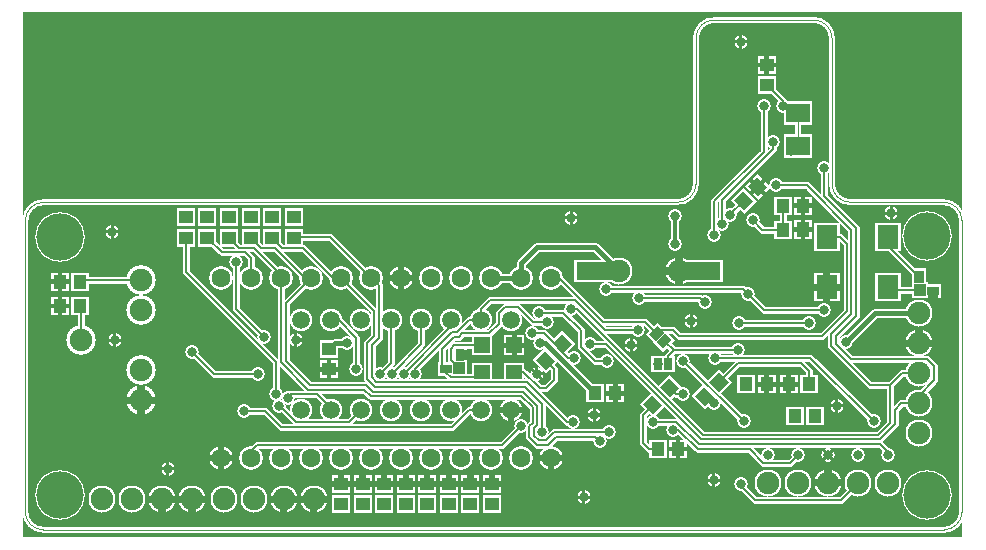
<source format=gbr>
%FSLAX34Y34*%
%MOMM*%
%LNSILK_TOP*%
G71*
G01*
%ADD10C, 1.90*%
%ADD11R, 1.50X1.60*%
%ADD12C, 1.20*%
%ADD13C, 0.80*%
%ADD14C, 0.60*%
%ADD15R, 1.60X1.50*%
%ADD16C, 0.50*%
%ADD17C, 2.00*%
%ADD18C, 2.50*%
%ADD19C, 2.50*%
%ADD20C, 4.20*%
%ADD21R, 1.80X1.60*%
%ADD22R, 1.80X1.80*%
%ADD23R, 1.20X1.40*%
%ADD24R, 1.40X1.40*%
%ADD25R, 1.40X1.20*%
%ADD26C, 2.30*%
%ADD27R, 2.40X2.00*%
%ADD28C, 0.70*%
%ADD29R, 2.20X2.40*%
%ADD30C, 2.30*%
%ADD31R, 3.90X1.90*%
%ADD32C, 0.37*%
%ADD33C, 0.27*%
%ADD34C, 0.53*%
%ADD35C, 0.63*%
%ADD36C, 0.47*%
%ADD37C, 0.54*%
%ADD38C, 1.50*%
%ADD39R, 1.10X1.20*%
%ADD40C, 0.80*%
%ADD41C, 0.40*%
%ADD42C, 0.20*%
%ADD43R, 1.20X1.10*%
%ADD44C, 0.10*%
%ADD45C, 1.60*%
%ADD46C, 1.90*%
%ADD47C, 1.90*%
%ADD48C, 4.00*%
%ADD49R, 0.80X1.00*%
%ADD50R, 1.00X1.00*%
%ADD51R, 1.00X0.80*%
%ADD52R, 2.00X1.60*%
%ADD53C, 0.30*%
%ADD54R, 1.80X2.00*%
%ADD55C, 1.90*%
%ADD56R, 3.50X1.50*%
%LPD*%
G36*
X0Y1000000D02*
X795000Y1000000D01*
X795000Y556000D01*
X0Y556000D01*
X0Y1000000D01*
G37*
%LPC*%
X235197Y663507D02*
G54D10*
D03*
X260597Y663507D02*
G54D10*
D03*
X235197Y739707D02*
G54D10*
D03*
X285997Y663508D02*
G54D10*
D03*
X260597Y739707D02*
G54D10*
D03*
X285997Y739707D02*
G54D10*
D03*
X311397Y739707D02*
G54D10*
D03*
X311397Y663507D02*
G54D10*
D03*
X336797Y663507D02*
G54D10*
D03*
X336797Y739707D02*
G54D10*
D03*
X362197Y663507D02*
G54D10*
D03*
X362197Y739707D02*
G54D10*
D03*
X387597Y663507D02*
G54D10*
D03*
X387597Y739707D02*
G54D10*
D03*
X412997Y663507D02*
G54D10*
D03*
X412997Y739707D02*
G54D10*
D03*
X412991Y663501D02*
G54D10*
D03*
X670256Y658416D02*
G54D11*
D03*
X653256Y658416D02*
G54D11*
D03*
X519906Y731441D02*
G54D12*
D03*
X258762Y714772D02*
G54D12*
D03*
X273844Y719931D02*
G54D12*
D03*
X436959Y720328D02*
G54D12*
D03*
X484188Y677466D02*
G54D12*
D03*
G54D13*
X273844Y719931D02*
X263922Y719931D01*
X258762Y714772D01*
G54D13*
X436959Y720328D02*
X441325Y720328D01*
X484188Y677466D01*
X521097Y758428D02*
G54D12*
D03*
X605631Y737394D02*
G54D12*
D03*
X665162Y737394D02*
G54D12*
D03*
G54D14*
X605631Y737394D02*
X665162Y737394D01*
X577056Y754459D02*
G54D12*
D03*
G54D14*
X521097Y758428D02*
X573088Y758428D01*
X577056Y754459D01*
X605234Y713978D02*
G54D12*
D03*
X430212Y728266D02*
G54D12*
D03*
X465931Y707231D02*
G54D12*
D03*
G54D14*
X430212Y728266D02*
X440531Y728266D01*
X461169Y707628D01*
X465534Y707628D01*
X465931Y707231D01*
X585788Y707231D02*
G54D12*
D03*
X558403Y705247D02*
G54D12*
D03*
G54D14*
X585788Y707231D02*
X666222Y707231D01*
X719762Y653692D01*
X719762Y653692D02*
G54D12*
D03*
X610225Y653785D02*
G54D12*
D03*
X501188Y677466D02*
G54D11*
D03*
X484188Y677466D02*
G54D11*
D03*
X612088Y685113D02*
G54D12*
D03*
X629088Y685113D02*
G54D11*
D03*
X612088Y685113D02*
G54D11*
D03*
G54D14*
X558403Y705247D02*
X558763Y705247D01*
X610225Y653785D01*
X258762Y697772D02*
G54D15*
D03*
X258762Y714772D02*
G54D15*
D03*
X629084Y685119D02*
G54D11*
D03*
X501184Y677469D02*
G54D11*
D03*
X258764Y697769D02*
G54D15*
D03*
X463947Y749300D02*
G54D12*
D03*
X479822Y719534D02*
G54D12*
D03*
G54D14*
X519906Y731441D02*
X492125Y731441D01*
X467122Y756444D01*
X395288Y756444D01*
X387747Y748903D01*
X387747Y739858D01*
X387597Y739707D01*
X732056Y625741D02*
G54D12*
D03*
X706656Y625741D02*
G54D12*
D03*
X681256Y625741D02*
G54D12*
D03*
X655856Y625741D02*
G54D12*
D03*
X630456Y625741D02*
G54D12*
D03*
X533400Y653653D02*
G54D12*
D03*
G54D14*
X732056Y626535D02*
X732056Y627638D01*
X725091Y634603D01*
X571897Y634603D01*
X552847Y653653D01*
X533400Y653653D01*
X550069Y646509D02*
G54D12*
D03*
G54D14*
X550069Y646509D02*
X554434Y646509D01*
X570706Y630238D01*
X614759Y630238D01*
X626269Y618728D01*
X648843Y618728D01*
X655856Y625741D01*
X670256Y658416D02*
G54D12*
D03*
X653256Y658416D02*
G54D12*
D03*
X514747Y718344D02*
G54D12*
D03*
X465534Y653256D02*
G54D12*
D03*
X281781Y698103D02*
G54D12*
D03*
G54D14*
X281781Y698103D02*
X281781Y724694D01*
X267097Y739378D01*
X260926Y739378D01*
X260597Y739707D01*
X434580Y694130D02*
G54D12*
D03*
G54D16*
G75*
G01X17066Y839391D02*
G03X1588Y823913I0J-15478D01*
G01*
G54D16*
X17066Y839391D02*
X553894Y839371D01*
G54D16*
X1588Y823913D02*
X1444Y577433D01*
G54D16*
G75*
G01X1444Y577433D02*
G03X16922Y561955I15478J0D01*
G01*
G54D16*
G75*
G01X794544Y823913D02*
G03X779066Y839391I-15478J0D01*
G01*
G54D16*
X794544Y823913D02*
X794689Y577433D01*
G54D16*
G75*
G01X779211Y561955D02*
G03X794689Y577433I0J15478D01*
G01*
G54D16*
X16922Y561955D02*
X779211Y561955D01*
X677805Y747754D02*
G54D12*
D03*
X492919Y765572D02*
G54D12*
D03*
X613114Y761645D02*
G54D12*
D03*
G54D14*
X677805Y747754D02*
X627005Y747754D01*
X613114Y761645D01*
G54D14*
X492919Y765572D02*
X609187Y765572D01*
X613114Y761645D01*
X446825Y622969D02*
G54D17*
D03*
X421425Y622969D02*
G54D17*
D03*
X396025Y622969D02*
G54D17*
D03*
X370625Y622969D02*
G54D17*
D03*
X345225Y622969D02*
G54D17*
D03*
X319825Y622969D02*
G54D17*
D03*
X294425Y622969D02*
G54D17*
D03*
X269025Y622969D02*
G54D17*
D03*
X243625Y622969D02*
G54D17*
D03*
X218225Y622969D02*
G54D17*
D03*
X192825Y622969D02*
G54D17*
D03*
X167425Y622969D02*
G54D17*
D03*
X167425Y775369D02*
G54D17*
D03*
X192825Y775369D02*
G54D17*
D03*
X218225Y775369D02*
G54D17*
D03*
X243625Y775369D02*
G54D17*
D03*
X269025Y775369D02*
G54D17*
D03*
X294425Y775369D02*
G54D17*
D03*
X319825Y775369D02*
G54D17*
D03*
X446825Y775369D02*
G54D17*
D03*
X421425Y775369D02*
G54D17*
D03*
X396025Y775369D02*
G54D17*
D03*
X370625Y775369D02*
G54D17*
D03*
X345225Y775369D02*
G54D17*
D03*
G54D13*
X421425Y775369D02*
X396025Y775369D01*
X167425Y622969D02*
G54D17*
D03*
X446821Y622971D02*
G54D17*
D03*
X167420Y622968D02*
G54D17*
D03*
X319820Y775369D02*
G54D17*
D03*
X319820Y775369D02*
G54D17*
D03*
X281781Y698103D02*
G54D12*
D03*
X302022Y694134D02*
G54D12*
D03*
X311944Y694134D02*
G54D12*
D03*
X321866Y694134D02*
G54D12*
D03*
X331788Y694134D02*
G54D12*
D03*
G54D14*
X311397Y739707D02*
X311397Y703509D01*
X302022Y694134D01*
G54D14*
X336797Y739707D02*
X336797Y718987D01*
X311944Y694134D01*
G54D14*
X362197Y739707D02*
X362197Y734465D01*
X321866Y694134D01*
G54D14*
X281781Y698103D02*
X281781Y724694D01*
X267097Y739378D01*
X260926Y739378D01*
X260597Y739707D01*
X223838Y673894D02*
G54D12*
D03*
G54D14*
X260597Y663507D02*
X260597Y664916D01*
X248841Y676672D01*
X226616Y676672D01*
X223838Y673894D01*
X438944Y644922D02*
G54D12*
D03*
G54D14*
X465534Y653256D02*
X459978Y653256D01*
X426244Y686991D01*
X298847Y686991D01*
X294878Y690959D01*
X294878Y718344D01*
X300831Y724297D01*
X300831Y768962D01*
X294425Y775369D01*
G54D14*
X438944Y644922D02*
X438944Y668734D01*
X424656Y683022D01*
X297259Y683022D01*
X290512Y689769D01*
X290512Y719931D01*
X296862Y726281D01*
X296862Y747531D01*
X269025Y775369D01*
X496094Y644525D02*
G54D12*
D03*
X488156Y637381D02*
G54D12*
D03*
G54D14*
X488156Y637381D02*
X487362Y637381D01*
X483791Y640953D01*
X450850Y640953D01*
X443706Y633809D01*
X434578Y633809D01*
X428228Y640159D01*
X428228Y649684D01*
X431006Y652462D01*
X431006Y665559D01*
X421481Y675084D01*
X294084Y675084D01*
X288528Y680641D01*
X240903Y680641D01*
X217884Y703659D01*
X217884Y775029D01*
X218225Y775369D01*
X493712Y705247D02*
G54D12*
D03*
X436166Y745728D02*
G54D12*
D03*
G54D14*
X493712Y705247D02*
X483791Y705247D01*
X471884Y717153D01*
X471884Y731044D01*
X457200Y745728D01*
X436166Y745728D01*
X421084Y650081D02*
G54D12*
D03*
G54D14*
X192825Y622969D02*
X192825Y628990D01*
X198041Y634206D01*
X405209Y634206D01*
X421084Y650081D01*
X216297Y666750D02*
G54D12*
D03*
G54D14*
X216297Y666750D02*
X217091Y666750D01*
X230981Y652859D01*
X275349Y652859D01*
X285997Y663508D01*
X186696Y662946D02*
G54D12*
D03*
G54D14*
X387597Y663507D02*
X377361Y663507D01*
X362744Y648891D01*
X218281Y648891D01*
X204391Y662781D01*
X186862Y662781D01*
X186696Y662946D01*
G54D14*
X605234Y713978D02*
X550466Y713978D01*
X545703Y709216D01*
X545703Y702072D01*
X99682Y671508D02*
G54D18*
D03*
X99693Y696913D02*
G54D18*
D03*
X99693Y747713D02*
G54D19*
D03*
X99688Y773111D02*
G54D18*
D03*
X99693Y747716D02*
G54D18*
D03*
X48883Y722321D02*
G54D18*
D03*
X180181Y788591D02*
G54D12*
D03*
X203763Y725653D02*
G54D12*
D03*
G54D14*
X180181Y788591D02*
X180181Y749234D01*
X203763Y725653D01*
X30956Y810022D02*
G54D20*
D03*
X415617Y695961D02*
G54D21*
D03*
X415624Y718179D02*
G54D22*
D03*
X388233Y695961D02*
G54D21*
D03*
X388229Y718194D02*
G54D22*
D03*
X442912Y738188D02*
G54D12*
D03*
X369704Y709929D02*
G54D23*
D03*
X368905Y698817D02*
G54D24*
D03*
X357792Y698023D02*
G54D25*
D03*
G54D14*
X387597Y739707D02*
X376964Y739707D01*
X366712Y729456D01*
X362744Y729456D01*
X331788Y698500D01*
X331788Y694134D01*
G54D14*
X357792Y698023D02*
X357792Y694720D01*
X361553Y690959D01*
X383231Y690959D01*
X388233Y695961D01*
G54D14*
X388229Y718194D02*
X364578Y718194D01*
X361553Y715169D01*
X361553Y706168D01*
X368905Y698817D01*
G54D14*
X442912Y738188D02*
X431800Y738188D01*
X419100Y750888D01*
X407988Y750888D01*
X402431Y745331D01*
X402431Y736203D01*
X394494Y728266D01*
X371475Y728266D01*
X368697Y725488D01*
X364728Y725488D01*
X354409Y715169D01*
X354409Y701406D01*
X357792Y698023D01*
X536972Y702072D02*
G54D23*
D03*
X545703Y702072D02*
G54D23*
D03*
X536972Y702072D02*
G54D12*
D03*
X630454Y601929D02*
G54D26*
D03*
X655856Y601928D02*
G54D26*
D03*
X681254Y601929D02*
G54D26*
D03*
X706656Y601928D02*
G54D26*
D03*
X732056Y601928D02*
G54D26*
D03*
X558403Y677069D02*
G54D12*
D03*
X584597Y669131D02*
G54D12*
D03*
G36*
X543675Y667530D02*
X533068Y656924D01*
X521755Y668238D01*
X532362Y678844D01*
X543675Y667530D01*
G37*
G36*
X558077Y681932D02*
X547470Y671325D01*
X536157Y682639D01*
X546764Y693246D01*
X558077Y681932D01*
G37*
G54D14*
X558403Y677069D02*
X552334Y677069D01*
X547117Y682286D01*
X554369Y630634D02*
G54D11*
D03*
X537369Y630634D02*
G54D11*
D03*
X554365Y630638D02*
G54D11*
D03*
G54D14*
X537369Y630634D02*
X529431Y630634D01*
X524272Y635794D01*
X524272Y659441D01*
X532715Y667884D01*
G36*
X565913Y675493D02*
X576521Y686098D01*
X587834Y674783D01*
X577225Y664178D01*
X565913Y675493D01*
G37*
G36*
X577934Y687509D02*
X588539Y698117D01*
X599854Y686805D01*
X589249Y676197D01*
X577934Y687509D01*
G37*
G54D14*
X584597Y669131D02*
X582876Y669131D01*
X576873Y675133D01*
X647807Y685113D02*
G54D11*
D03*
X664807Y685113D02*
G54D11*
D03*
X647811Y685119D02*
G54D11*
D03*
G54D14*
X588894Y687154D02*
X588894Y687319D01*
X604838Y703262D01*
X658019Y703262D01*
X664766Y696516D01*
X664766Y685154D01*
X664807Y685113D01*
X268852Y583635D02*
G54D15*
D03*
X268852Y600635D02*
G54D15*
D03*
X268850Y600638D02*
G54D15*
D03*
X287108Y583635D02*
G54D15*
D03*
X287108Y600635D02*
G54D15*
D03*
X287106Y600638D02*
G54D15*
D03*
X305364Y583635D02*
G54D15*
D03*
X305364Y600635D02*
G54D15*
D03*
X305362Y600638D02*
G54D15*
D03*
X323620Y583635D02*
G54D15*
D03*
X323620Y600635D02*
G54D15*
D03*
X323619Y600638D02*
G54D15*
D03*
X341877Y583635D02*
G54D15*
D03*
X341877Y600635D02*
G54D15*
D03*
X341875Y600638D02*
G54D15*
D03*
X360133Y583635D02*
G54D15*
D03*
X360133Y600635D02*
G54D15*
D03*
X360131Y600638D02*
G54D15*
D03*
X378389Y583635D02*
G54D15*
D03*
X378389Y600635D02*
G54D15*
D03*
X378387Y600638D02*
G54D15*
D03*
X396645Y583635D02*
G54D15*
D03*
X396645Y600635D02*
G54D15*
D03*
X396644Y600638D02*
G54D15*
D03*
X396645Y583635D02*
G54D12*
D03*
X378389Y583635D02*
G54D12*
D03*
X360133Y583635D02*
G54D12*
D03*
X341877Y583635D02*
G54D12*
D03*
X323620Y583635D02*
G54D12*
D03*
X305364Y583635D02*
G54D12*
D03*
X287108Y583635D02*
G54D12*
D03*
X268852Y583635D02*
G54D12*
D03*
X607781Y601034D02*
G54D12*
D03*
G54D14*
X607781Y601034D02*
X607781Y599116D01*
X619522Y587375D01*
X692102Y587375D01*
X706656Y601928D01*
X584477Y603744D02*
G54D12*
D03*
X155742Y809457D02*
G54D15*
D03*
X155742Y826457D02*
G54D15*
D03*
X173998Y809457D02*
G54D15*
D03*
X173998Y826457D02*
G54D15*
D03*
X192255Y809457D02*
G54D15*
D03*
X192255Y826457D02*
G54D15*
D03*
X210511Y809457D02*
G54D15*
D03*
X210511Y826457D02*
G54D15*
D03*
X228767Y809457D02*
G54D15*
D03*
X228767Y826457D02*
G54D15*
D03*
G54D14*
X294425Y775369D02*
X293812Y775369D01*
X259556Y809625D01*
X228935Y809625D01*
X228767Y809457D01*
G54D14*
X192825Y775369D02*
X192825Y791822D01*
X187722Y796925D01*
X168274Y796925D01*
X155742Y809457D01*
G54D14*
X218225Y775369D02*
X218225Y777535D01*
X194866Y800894D01*
X182562Y800894D01*
X173998Y809457D01*
G54D14*
X243625Y775369D02*
X238647Y775369D01*
X213122Y800894D01*
X200818Y800894D01*
X192255Y809457D01*
G54D14*
X269025Y775369D02*
X262459Y775369D01*
X236934Y800894D01*
X219074Y800894D01*
X210511Y809457D01*
X137486Y809457D02*
G54D15*
D03*
X137486Y826457D02*
G54D15*
D03*
X214081Y676837D02*
G54D12*
D03*
G54D14*
X214081Y676837D02*
X214081Y704288D01*
X137716Y780653D01*
X137716Y809228D01*
X137486Y809457D01*
X142871Y587769D02*
G54D26*
D03*
X66675Y587772D02*
G54D26*
D03*
X92075Y587772D02*
G54D26*
D03*
X117471Y587769D02*
G54D26*
D03*
X30956Y591344D02*
G54D20*
D03*
X245662Y587769D02*
G54D26*
D03*
X169466Y587772D02*
G54D26*
D03*
X194866Y587772D02*
G54D26*
D03*
X220262Y587769D02*
G54D26*
D03*
X765175Y591344D02*
G54D20*
D03*
X198206Y693903D02*
G54D12*
D03*
X142643Y712556D02*
G54D12*
D03*
G54D14*
X198206Y693903D02*
X161296Y693903D01*
X142643Y712556D01*
X765175Y810419D02*
G54D20*
D03*
X758100Y643725D02*
G54D26*
D03*
X758107Y669130D02*
G54D26*
D03*
X758107Y694530D02*
G54D26*
D03*
X758107Y719930D02*
G54D26*
D03*
X758103Y745329D02*
G54D26*
D03*
X758104Y719929D02*
G54D26*
D03*
G54D13*
X765246Y745329D02*
X720657Y745329D01*
X696681Y721354D01*
G54D14*
X463947Y749300D02*
X468709Y749300D01*
X575469Y642541D01*
X723503Y642541D01*
X733425Y652462D01*
X733425Y684609D01*
X743744Y694928D01*
X764853Y694928D01*
X765251Y694530D01*
G54D14*
X479822Y719534D02*
X492919Y719534D01*
X573881Y638572D01*
X725091Y638572D01*
X737791Y651272D01*
X737791Y663575D01*
X743347Y669131D01*
X765251Y669130D01*
X696681Y721354D02*
G54D12*
D03*
X31188Y751516D02*
G54D11*
D03*
X48188Y751516D02*
G54D11*
D03*
X31185Y751514D02*
G54D11*
D03*
X31188Y772153D02*
G54D11*
D03*
X48188Y772153D02*
G54D11*
D03*
X31185Y772152D02*
G54D11*
D03*
G54D14*
X48883Y722321D02*
X48883Y750821D01*
X48188Y751516D01*
G54D14*
X99688Y773111D02*
X49146Y773111D01*
X48188Y772153D01*
G54D14*
X496094Y644525D02*
X448866Y644525D01*
X442119Y637778D01*
X436166Y637778D01*
X432197Y641747D01*
X432197Y648097D01*
X434975Y650875D01*
X434975Y667147D01*
X423069Y679053D01*
X295672Y679053D01*
X290116Y684609D01*
X242491Y684609D01*
X221853Y705247D01*
X221853Y753597D01*
X243625Y775369D01*
X230584Y722709D02*
G54D12*
D03*
X627062Y920750D02*
G54D12*
D03*
X635000Y890191D02*
G54D12*
D03*
X584994Y812006D02*
G54D12*
D03*
X591741Y821134D02*
G54D12*
D03*
G54D14*
X627062Y920750D02*
X627062Y882253D01*
X584994Y840184D01*
X584994Y812006D01*
G54D14*
X591741Y821134D02*
X591741Y840978D01*
X635000Y884238D01*
X635000Y890191D01*
X598488Y828675D02*
G54D12*
D03*
G36*
X632690Y852189D02*
X622083Y841582D01*
X610770Y852896D01*
X621377Y863503D01*
X632690Y852189D01*
G37*
G36*
X620669Y840168D02*
X610063Y829562D01*
X598749Y840875D01*
X609356Y851482D01*
X620669Y840168D01*
G37*
G54D14*
X598488Y828675D02*
X598488Y829302D01*
X609709Y840524D01*
G36*
X632686Y852195D02*
X622079Y841588D01*
X610766Y852902D01*
X621372Y863508D01*
X632686Y852195D01*
G37*
X617538Y824309D02*
G54D12*
D03*
X659905Y836490D02*
G54D11*
D03*
X642905Y836490D02*
G54D11*
D03*
X659904Y836495D02*
G54D11*
D03*
X659905Y816249D02*
G54D11*
D03*
X642905Y816249D02*
G54D11*
D03*
X659904Y816255D02*
G54D11*
D03*
G54D14*
X642905Y816249D02*
X625598Y816249D01*
X617538Y824309D01*
G54D14*
X642905Y836490D02*
X642905Y816249D01*
X642938Y920750D02*
G54D12*
D03*
X650081Y883047D02*
G54D12*
D03*
X656143Y886907D02*
G54D27*
D03*
X656143Y914907D02*
G54D27*
D03*
G54D14*
X642938Y920750D02*
X650300Y920750D01*
X656143Y914907D01*
G54D16*
X656034Y894159D02*
X656143Y914907D01*
X629180Y955718D02*
G54D15*
D03*
X629180Y938718D02*
G54D15*
D03*
X629175Y955718D02*
G54D15*
D03*
G54D14*
X642938Y920750D02*
X642938Y924961D01*
X629180Y938718D01*
G54D16*
G75*
G01X684466Y854849D02*
G03X699944Y839371I15478J0D01*
G01*
G54D16*
G75*
G01X553894Y839371D02*
G03X569372Y854849I0J15478D01*
G01*
X677805Y868007D02*
G54D12*
D03*
X636927Y853720D02*
G54D12*
D03*
G54D14*
X733425Y684609D02*
X716756Y684609D01*
X683816Y717550D01*
X683816Y727869D01*
X700881Y744934D01*
X700881Y815975D01*
X663178Y853678D01*
X636968Y853678D01*
X636927Y853720D01*
G54D14*
X758107Y669130D02*
X758107Y675557D01*
X771128Y688578D01*
X771128Y700484D01*
X764778Y706834D01*
X700484Y706834D01*
X688181Y719138D01*
X688181Y726281D01*
X705247Y743347D01*
X705247Y817547D01*
X677862Y844947D01*
X677805Y868007D01*
G54D16*
G75*
G01X584850Y993755D02*
G03X569372Y978277I0J-15478D01*
G01*
G54D16*
G75*
G01X684524Y978238D02*
G03X669046Y993716I-15478J0D01*
G01*
G54D16*
X569372Y854849D02*
X569372Y978277D01*
G54D16*
X684466Y854849D02*
X684466Y978180D01*
X684524Y978238D01*
G54D16*
X584850Y993755D02*
X669006Y993755D01*
X669046Y993716D01*
G54D16*
X699944Y839371D02*
X779046Y839371D01*
X779066Y839391D01*
X607219Y975122D02*
G54D12*
D03*
X463947Y826294D02*
G54D12*
D03*
X734616Y829866D02*
G54D12*
D03*
X483394Y659209D02*
G54D12*
D03*
X474266Y589359D02*
G54D12*
D03*
X77391Y722312D02*
G54D12*
D03*
X75009Y814388D02*
G54D12*
D03*
X122238Y613569D02*
G54D12*
D03*
X688578Y667147D02*
G54D12*
D03*
X137486Y826457D02*
G54D12*
D03*
X155742Y826457D02*
G54D12*
D03*
X173997Y826460D02*
G54D12*
D03*
X192255Y826457D02*
G54D12*
D03*
X210511Y826457D02*
G54D12*
D03*
X228767Y826457D02*
G54D12*
D03*
G36*
X452791Y705233D02*
X442184Y694627D01*
X430870Y705941D01*
X441477Y716547D01*
X452791Y705233D01*
G37*
G36*
X467193Y719635D02*
X456586Y709029D01*
X445272Y720342D01*
X455879Y730949D01*
X467193Y719635D01*
G37*
G54D14*
X415617Y695961D02*
X422829Y695961D01*
X436959Y681831D01*
X442119Y681831D01*
X449262Y688975D01*
X449262Y698155D01*
X441831Y705587D01*
X565547Y738981D02*
G54D12*
D03*
X551656Y803672D02*
G54D12*
D03*
X551656Y827881D02*
G54D12*
D03*
G54D28*
X551656Y803672D02*
X551656Y827881D01*
X731836Y809625D02*
G54D29*
D03*
X680243Y809625D02*
G54D29*
D03*
X731836Y767159D02*
G54D29*
D03*
X680247Y767154D02*
G54D29*
D03*
G36*
X545459Y728885D02*
X535559Y718985D01*
X527074Y727470D01*
X536973Y737370D01*
X545459Y728885D01*
G37*
G36*
X551632Y722711D02*
X541733Y712811D01*
X533248Y721296D01*
X543147Y731196D01*
X551632Y722711D01*
G37*
G54D14*
X446825Y775369D02*
X453753Y775369D01*
X490934Y738188D01*
X526256Y738188D01*
X536266Y728177D01*
G54D14*
X542440Y722004D02*
X550466Y713978D01*
X605234Y713978D01*
G54D14*
X680243Y809625D02*
X690959Y809625D01*
X696912Y803672D01*
X696912Y746919D01*
X675878Y725884D01*
X555228Y725884D01*
X550069Y731044D01*
X539133Y731044D01*
X536266Y728177D01*
X770088Y764395D02*
G54D25*
D03*
X758976Y765194D02*
G54D24*
D03*
G36*
X752182Y783307D02*
X764182Y783307D01*
X764182Y769307D01*
X752182Y769307D01*
X752182Y783307D01*
G37*
G54D14*
X758976Y765194D02*
X733801Y765194D01*
X731836Y767159D01*
X758182Y776307D02*
G54D12*
D03*
G54D14*
X731836Y809625D02*
X731836Y802653D01*
X758182Y776307D01*
X554829Y781051D02*
G54D30*
D03*
X503832Y781050D02*
G54D30*
D03*
X485775Y781050D02*
G54D31*
D03*
X573191Y781172D02*
G54D31*
D03*
G54D13*
X421425Y775369D02*
X421425Y788137D01*
X434578Y801291D01*
X483591Y801291D01*
X503832Y781050D01*
%LPD*%
G54D16*
G36*
X412991Y661001D02*
X402991Y661001D01*
X402991Y666001D01*
X412991Y666001D01*
X412991Y661001D01*
G37*
G36*
X412991Y666001D02*
X422991Y666001D01*
X422991Y661001D01*
X412991Y661001D01*
X412991Y666001D01*
G37*
G36*
X415491Y663501D02*
X415491Y653501D01*
X410491Y653501D01*
X410491Y663501D01*
X415491Y663501D01*
G37*
G54D32*
G36*
X627250Y685119D02*
X627250Y693619D01*
X630917Y693619D01*
X630917Y685119D01*
X627250Y685119D01*
G37*
G36*
X629084Y686953D02*
X637084Y686953D01*
X637084Y683286D01*
X629084Y683286D01*
X629084Y686953D01*
G37*
G36*
X630917Y685119D02*
X630917Y676619D01*
X627250Y676619D01*
X627250Y685119D01*
X630917Y685119D01*
G37*
G36*
X629084Y683286D02*
X621084Y683286D01*
X621084Y686953D01*
X629084Y686953D01*
X629084Y683286D01*
G37*
G54D32*
G36*
X499350Y677469D02*
X499350Y685969D01*
X503017Y685969D01*
X503017Y677469D01*
X499350Y677469D01*
G37*
G36*
X501184Y679303D02*
X509184Y679303D01*
X509184Y675636D01*
X501184Y675636D01*
X501184Y679303D01*
G37*
G36*
X503017Y677469D02*
X503017Y668969D01*
X499350Y668969D01*
X499350Y677469D01*
X503017Y677469D01*
G37*
G36*
X501184Y675636D02*
X493184Y675636D01*
X493184Y679303D01*
X501184Y679303D01*
X501184Y675636D01*
G37*
G54D32*
G36*
X258764Y699603D02*
X267264Y699603D01*
X267264Y695936D01*
X258764Y695936D01*
X258764Y699603D01*
G37*
G36*
X260597Y697769D02*
X260597Y689769D01*
X256930Y689769D01*
X256930Y697769D01*
X260597Y697769D01*
G37*
G36*
X258764Y695936D02*
X250264Y695936D01*
X250264Y699603D01*
X258764Y699603D01*
X258764Y695936D01*
G37*
G36*
X256930Y697769D02*
X256930Y705769D01*
X260597Y705769D01*
X260597Y697769D01*
X256930Y697769D01*
G37*
G54D33*
G36*
X682199Y626684D02*
X686795Y622088D01*
X684909Y620202D01*
X680313Y624798D01*
X682199Y626684D01*
G37*
G36*
X682199Y624798D02*
X677602Y620202D01*
X675717Y622088D01*
X680313Y626684D01*
X682199Y624798D01*
G37*
G36*
X680313Y624798D02*
X675717Y629394D01*
X677602Y631280D01*
X682199Y626684D01*
X680313Y624798D01*
G37*
G36*
X680313Y626684D02*
X684909Y631280D01*
X686795Y629394D01*
X682199Y624798D01*
X680313Y626684D01*
G37*
G54D33*
G36*
X513414Y718344D02*
X513414Y724844D01*
X516080Y724844D01*
X516080Y718344D01*
X513414Y718344D01*
G37*
G36*
X514747Y719677D02*
X521247Y719677D01*
X521247Y717010D01*
X514747Y717010D01*
X514747Y719677D01*
G37*
G36*
X516080Y718344D02*
X516080Y711844D01*
X513414Y711844D01*
X513414Y718344D01*
X516080Y718344D01*
G37*
G36*
X514747Y717010D02*
X508247Y717010D01*
X508247Y719677D01*
X514747Y719677D01*
X514747Y717010D01*
G37*
G54D33*
G36*
X433247Y694130D02*
X433247Y700630D01*
X435913Y700630D01*
X435913Y694130D01*
X433247Y694130D01*
G37*
G36*
X434580Y695463D02*
X441080Y695463D01*
X441080Y692797D01*
X434580Y692797D01*
X434580Y695463D01*
G37*
G36*
X435523Y695073D02*
X440119Y690477D01*
X438233Y688591D01*
X433637Y693187D01*
X435523Y695073D01*
G37*
G36*
X433637Y693187D02*
X429041Y697783D01*
X430927Y699669D01*
X435523Y695073D01*
X433637Y693187D01*
G37*
G54D34*
G36*
X164758Y622969D02*
X164758Y633469D01*
X170091Y633469D01*
X170091Y622969D01*
X164758Y622969D01*
G37*
G36*
X167425Y625636D02*
X177925Y625636D01*
X177925Y620302D01*
X167425Y620302D01*
X167425Y625636D01*
G37*
G36*
X170091Y622969D02*
X170091Y612469D01*
X164758Y612469D01*
X164758Y622969D01*
X170091Y622969D01*
G37*
G36*
X167425Y620302D02*
X156925Y620302D01*
X156925Y625636D01*
X167425Y625636D01*
X167425Y620302D01*
G37*
G54D34*
G36*
X446821Y625638D02*
X457321Y625638D01*
X457321Y620305D01*
X446821Y620305D01*
X446821Y625638D01*
G37*
G36*
X449488Y622971D02*
X449488Y612471D01*
X444155Y612471D01*
X444155Y622971D01*
X449488Y622971D01*
G37*
G36*
X446821Y620305D02*
X436321Y620305D01*
X436321Y625638D01*
X446821Y625638D01*
X446821Y620305D01*
G37*
G54D34*
G36*
X164753Y622968D02*
X164753Y633468D01*
X170087Y633468D01*
X170087Y622968D01*
X164753Y622968D01*
G37*
G36*
X167420Y625635D02*
X177920Y625635D01*
X177920Y620302D01*
X167420Y620302D01*
X167420Y625635D01*
G37*
G36*
X170087Y622968D02*
X170087Y612468D01*
X164753Y612468D01*
X164753Y622968D01*
X170087Y622968D01*
G37*
G36*
X167420Y620302D02*
X156920Y620302D01*
X156920Y625635D01*
X167420Y625635D01*
X167420Y620302D01*
G37*
G54D34*
G36*
X317153Y775369D02*
X317153Y785869D01*
X322487Y785869D01*
X322487Y775369D01*
X317153Y775369D01*
G37*
G36*
X319820Y778035D02*
X330320Y778035D01*
X330320Y772702D01*
X319820Y772702D01*
X319820Y778035D01*
G37*
G36*
X322487Y775369D02*
X322487Y764869D01*
X317153Y764869D01*
X317153Y775369D01*
X322487Y775369D01*
G37*
G36*
X319820Y772702D02*
X309320Y772702D01*
X309320Y778035D01*
X319820Y778035D01*
X319820Y772702D01*
G37*
G54D34*
G36*
X317153Y775369D02*
X317153Y785869D01*
X322487Y785869D01*
X322487Y775369D01*
X317153Y775369D01*
G37*
G36*
X319820Y778035D02*
X330320Y778035D01*
X330320Y772702D01*
X319820Y772702D01*
X319820Y778035D01*
G37*
G36*
X322487Y775369D02*
X322487Y764869D01*
X317153Y764869D01*
X317153Y775369D01*
X322487Y775369D01*
G37*
G36*
X319820Y772702D02*
X309320Y772702D01*
X309320Y778035D01*
X319820Y778035D01*
X319820Y772702D01*
G37*
G54D35*
G36*
X99682Y668341D02*
X86682Y668341D01*
X86682Y674674D01*
X99682Y674674D01*
X99682Y668341D01*
G37*
G36*
X96515Y671508D02*
X96515Y684508D01*
X102848Y684508D01*
X102848Y671508D01*
X96515Y671508D01*
G37*
G36*
X99682Y674674D02*
X112682Y674674D01*
X112682Y668341D01*
X99682Y668341D01*
X99682Y674674D01*
G37*
G36*
X102848Y671508D02*
X102848Y658508D01*
X96515Y658508D01*
X96515Y671508D01*
X102848Y671508D01*
G37*
G54D35*
G54D36*
G36*
X417957Y718179D02*
X417957Y708679D01*
X413290Y708679D01*
X413290Y718179D01*
X417957Y718179D01*
G37*
G36*
X415624Y715846D02*
X406124Y715846D01*
X406124Y720513D01*
X415624Y720513D01*
X415624Y715846D01*
G37*
G36*
X413290Y718179D02*
X413290Y727679D01*
X417957Y727679D01*
X417957Y718179D01*
X413290Y718179D01*
G37*
G36*
X415624Y720513D02*
X425124Y720513D01*
X425124Y715846D01*
X415624Y715846D01*
X415624Y720513D01*
G37*
G54D13*
G36*
X369704Y713929D02*
X376204Y713929D01*
X376204Y705929D01*
X369704Y705929D01*
X369704Y713929D01*
G37*
G54D35*
G36*
X681254Y598763D02*
X669254Y598763D01*
X669254Y605096D01*
X681254Y605096D01*
X681254Y598763D01*
G37*
G36*
X678087Y601929D02*
X678087Y613929D01*
X684420Y613929D01*
X684420Y601929D01*
X678087Y601929D01*
G37*
G36*
X681254Y605096D02*
X693254Y605096D01*
X693254Y598763D01*
X681254Y598763D01*
X681254Y605096D01*
G37*
G54D32*
G36*
X552532Y630638D02*
X552532Y639138D01*
X556198Y639138D01*
X556198Y630638D01*
X552532Y630638D01*
G37*
G36*
X554365Y632472D02*
X562365Y632472D01*
X562365Y628805D01*
X554365Y628805D01*
X554365Y632472D01*
G37*
G36*
X556198Y630638D02*
X556198Y622138D01*
X552532Y622138D01*
X552532Y630638D01*
X556198Y630638D01*
G37*
G36*
X554365Y628805D02*
X546365Y628805D01*
X546365Y632472D01*
X554365Y632472D01*
X554365Y628805D01*
G37*
G54D32*
G36*
X649644Y685119D02*
X649644Y676619D01*
X645978Y676619D01*
X645978Y685119D01*
X649644Y685119D01*
G37*
G36*
X647811Y683286D02*
X639811Y683286D01*
X639811Y686953D01*
X647811Y686953D01*
X647811Y683286D01*
G37*
G36*
X645978Y685119D02*
X645978Y693619D01*
X649644Y693619D01*
X649644Y685119D01*
X645978Y685119D01*
G37*
G36*
X647811Y686953D02*
X655811Y686953D01*
X655811Y683286D01*
X647811Y683286D01*
X647811Y686953D01*
G37*
G54D37*
G36*
X266173Y600638D02*
X266173Y608638D01*
X271526Y608638D01*
X271526Y600638D01*
X266173Y600638D01*
G37*
G36*
X268850Y603314D02*
X277350Y603314D01*
X277350Y597961D01*
X268850Y597961D01*
X268850Y603314D01*
G37*
G36*
X268850Y597961D02*
X260350Y597961D01*
X260350Y603314D01*
X268850Y603314D01*
X268850Y597961D01*
G37*
G54D37*
G36*
X284430Y600638D02*
X284430Y608638D01*
X289783Y608638D01*
X289783Y600638D01*
X284430Y600638D01*
G37*
G36*
X287106Y603314D02*
X295606Y603314D01*
X295606Y597961D01*
X287106Y597961D01*
X287106Y603314D01*
G37*
G36*
X287106Y597961D02*
X278606Y597961D01*
X278606Y603314D01*
X287106Y603314D01*
X287106Y597961D01*
G37*
G54D37*
G36*
X302686Y600638D02*
X302686Y608638D01*
X308039Y608638D01*
X308039Y600638D01*
X302686Y600638D01*
G37*
G36*
X305362Y603314D02*
X313862Y603314D01*
X313862Y597961D01*
X305362Y597961D01*
X305362Y603314D01*
G37*
G36*
X305362Y597961D02*
X296862Y597961D01*
X296862Y603314D01*
X305362Y603314D01*
X305362Y597961D01*
G37*
G54D37*
G36*
X320942Y600638D02*
X320942Y608638D01*
X326295Y608638D01*
X326295Y600638D01*
X320942Y600638D01*
G37*
G36*
X323619Y603314D02*
X332119Y603314D01*
X332119Y597961D01*
X323619Y597961D01*
X323619Y603314D01*
G37*
G36*
X323619Y597961D02*
X315119Y597961D01*
X315119Y603314D01*
X323619Y603314D01*
X323619Y597961D01*
G37*
G54D37*
G36*
X339198Y600638D02*
X339198Y608638D01*
X344551Y608638D01*
X344551Y600638D01*
X339198Y600638D01*
G37*
G36*
X341875Y603314D02*
X350375Y603314D01*
X350375Y597961D01*
X341875Y597961D01*
X341875Y603314D01*
G37*
G36*
X341875Y597961D02*
X333375Y597961D01*
X333375Y603314D01*
X341875Y603314D01*
X341875Y597961D01*
G37*
G54D37*
G36*
X357455Y600638D02*
X357455Y608638D01*
X362808Y608638D01*
X362808Y600638D01*
X357455Y600638D01*
G37*
G36*
X360131Y603314D02*
X368631Y603314D01*
X368631Y597961D01*
X360131Y597961D01*
X360131Y603314D01*
G37*
G36*
X360131Y597961D02*
X351631Y597961D01*
X351631Y603314D01*
X360131Y603314D01*
X360131Y597961D01*
G37*
G54D37*
G36*
X375711Y600638D02*
X375711Y608638D01*
X381064Y608638D01*
X381064Y600638D01*
X375711Y600638D01*
G37*
G36*
X378387Y603314D02*
X386887Y603314D01*
X386887Y597961D01*
X378387Y597961D01*
X378387Y603314D01*
G37*
G36*
X378387Y597961D02*
X369887Y597961D01*
X369887Y603314D01*
X378387Y603314D01*
X378387Y597961D01*
G37*
G54D37*
G36*
X393967Y600638D02*
X393967Y608638D01*
X399320Y608638D01*
X399320Y600638D01*
X393967Y600638D01*
G37*
G36*
X396644Y603314D02*
X405144Y603314D01*
X405144Y597961D01*
X396644Y597961D01*
X396644Y603314D01*
G37*
G36*
X396644Y597961D02*
X388144Y597961D01*
X388144Y603314D01*
X396644Y603314D01*
X396644Y597961D01*
G37*
G54D33*
G36*
X583144Y603744D02*
X583144Y610244D01*
X585810Y610244D01*
X585810Y603744D01*
X583144Y603744D01*
G37*
G36*
X584477Y605078D02*
X590977Y605078D01*
X590977Y602411D01*
X584477Y602411D01*
X584477Y605078D01*
G37*
G36*
X585810Y603744D02*
X585810Y597244D01*
X583144Y597244D01*
X583144Y603744D01*
X585810Y603744D01*
G37*
G36*
X584477Y602411D02*
X577977Y602411D01*
X577977Y605078D01*
X584477Y605078D01*
X584477Y602411D01*
G37*
G54D35*
G36*
X142871Y590935D02*
X154871Y590935D01*
X154871Y584602D01*
X142871Y584602D01*
X142871Y590935D01*
G37*
G36*
X146038Y587769D02*
X146038Y575769D01*
X139705Y575769D01*
X139705Y587769D01*
X146038Y587769D01*
G37*
G36*
X142871Y584602D02*
X130871Y584602D01*
X130871Y590935D01*
X142871Y590935D01*
X142871Y584602D01*
G37*
G54D35*
G36*
X117471Y590935D02*
X129471Y590935D01*
X129471Y584602D01*
X117471Y584602D01*
X117471Y590935D01*
G37*
G36*
X120638Y587769D02*
X120638Y575769D01*
X114305Y575769D01*
X114305Y587769D01*
X120638Y587769D01*
G37*
G36*
X117471Y584602D02*
X105471Y584602D01*
X105471Y590935D01*
X117471Y590935D01*
X117471Y584602D01*
G37*
G54D35*
G36*
X245662Y590935D02*
X257662Y590935D01*
X257662Y584602D01*
X245662Y584602D01*
X245662Y590935D01*
G37*
G36*
X248829Y587769D02*
X248829Y575769D01*
X242495Y575769D01*
X242495Y587769D01*
X248829Y587769D01*
G37*
G36*
X245662Y584602D02*
X233662Y584602D01*
X233662Y590935D01*
X245662Y590935D01*
X245662Y584602D01*
G37*
G54D35*
G36*
X220262Y590935D02*
X232262Y590935D01*
X232262Y584602D01*
X220262Y584602D01*
X220262Y590935D01*
G37*
G36*
X223429Y587769D02*
X223429Y575769D01*
X217095Y575769D01*
X217095Y587769D01*
X223429Y587769D01*
G37*
G36*
X220262Y584602D02*
X208262Y584602D01*
X208262Y590935D01*
X220262Y590935D01*
X220262Y584602D01*
G37*
G54D35*
G54D35*
G36*
X758104Y716763D02*
X746104Y716763D01*
X746104Y723096D01*
X758104Y723096D01*
X758104Y716763D01*
G37*
G36*
X754937Y719929D02*
X754937Y731929D01*
X761270Y731929D01*
X761270Y719929D01*
X754937Y719929D01*
G37*
G36*
X758104Y723096D02*
X770104Y723096D01*
X770104Y716763D01*
X758104Y716763D01*
X758104Y723096D01*
G37*
G54D32*
G36*
X33019Y751514D02*
X33019Y743014D01*
X29352Y743014D01*
X29352Y751514D01*
X33019Y751514D01*
G37*
G36*
X31185Y749681D02*
X23185Y749681D01*
X23185Y753348D01*
X31185Y753348D01*
X31185Y749681D01*
G37*
G36*
X29352Y751514D02*
X29352Y760014D01*
X33019Y760014D01*
X33019Y751514D01*
X29352Y751514D01*
G37*
G36*
X31185Y753348D02*
X39185Y753348D01*
X39185Y749681D01*
X31185Y749681D01*
X31185Y753348D01*
G37*
G54D32*
G36*
X33019Y772152D02*
X33019Y763652D01*
X29352Y763652D01*
X29352Y772152D01*
X33019Y772152D01*
G37*
G36*
X31185Y770318D02*
X23185Y770318D01*
X23185Y773986D01*
X31185Y773986D01*
X31185Y770318D01*
G37*
G36*
X29352Y772152D02*
X29352Y780652D01*
X33019Y780652D01*
X33019Y772152D01*
X29352Y772152D01*
G37*
G36*
X31185Y773986D02*
X39185Y773986D01*
X39185Y770318D01*
X31185Y770318D01*
X31185Y773986D01*
G37*
G54D33*
G36*
X229250Y722709D02*
X229250Y729209D01*
X231917Y729209D01*
X231917Y722709D01*
X229250Y722709D01*
G37*
G36*
X230584Y724043D02*
X237084Y724043D01*
X237084Y721376D01*
X230584Y721376D01*
X230584Y724043D01*
G37*
G36*
X231917Y722709D02*
X231917Y716209D01*
X229250Y716209D01*
X229250Y722709D01*
X231917Y722709D01*
G37*
G54D32*
G36*
X623022Y853845D02*
X629032Y847834D01*
X626440Y845241D01*
X620429Y851252D01*
X623022Y853845D01*
G37*
G36*
X623022Y851252D02*
X617365Y845595D01*
X614772Y848188D01*
X620429Y853845D01*
X623022Y851252D01*
G37*
G36*
X620429Y851252D02*
X614419Y857262D01*
X617012Y859855D01*
X623022Y853845D01*
X620429Y851252D01*
G37*
G36*
X620429Y853845D02*
X626086Y859501D01*
X628679Y856908D01*
X623022Y851252D01*
X620429Y853845D01*
G37*
G54D32*
G36*
X661738Y836495D02*
X661738Y827995D01*
X658071Y827995D01*
X658071Y836495D01*
X661738Y836495D01*
G37*
G36*
X659904Y834662D02*
X651904Y834662D01*
X651904Y838329D01*
X659904Y838329D01*
X659904Y834662D01*
G37*
G36*
X658071Y836495D02*
X658071Y844995D01*
X661738Y844995D01*
X661738Y836495D01*
X658071Y836495D01*
G37*
G36*
X659904Y838329D02*
X667904Y838329D01*
X667904Y834662D01*
X659904Y834662D01*
X659904Y838329D01*
G37*
G54D32*
G36*
X661738Y816255D02*
X661738Y807755D01*
X658071Y807755D01*
X658071Y816255D01*
X661738Y816255D01*
G37*
G36*
X659904Y814421D02*
X651904Y814421D01*
X651904Y818088D01*
X659904Y818088D01*
X659904Y814421D01*
G37*
G36*
X658071Y816255D02*
X658071Y824755D01*
X661738Y824755D01*
X661738Y816255D01*
X658071Y816255D01*
G37*
G36*
X659904Y818088D02*
X667904Y818088D01*
X667904Y814421D01*
X659904Y814421D01*
X659904Y818088D01*
G37*
G54D32*
G36*
X629175Y957551D02*
X637675Y957551D01*
X637675Y953884D01*
X629175Y953884D01*
X629175Y957551D01*
G37*
G36*
X631008Y955718D02*
X631008Y947718D01*
X627341Y947718D01*
X627341Y955718D01*
X631008Y955718D01*
G37*
G36*
X629175Y953884D02*
X620675Y953884D01*
X620675Y957551D01*
X629175Y957551D01*
X629175Y953884D01*
G37*
G36*
X627341Y955718D02*
X627341Y963718D01*
X631008Y963718D01*
X631008Y955718D01*
X627341Y955718D01*
G37*
G54D33*
G36*
X605885Y975122D02*
X605885Y981622D01*
X608552Y981622D01*
X608552Y975122D01*
X605885Y975122D01*
G37*
G36*
X607219Y976455D02*
X613719Y976455D01*
X613719Y973789D01*
X607219Y973789D01*
X607219Y976455D01*
G37*
G36*
X608552Y975122D02*
X608552Y968622D01*
X605885Y968622D01*
X605885Y975122D01*
X608552Y975122D01*
G37*
G36*
X607219Y973789D02*
X600719Y973789D01*
X600719Y976455D01*
X607219Y976455D01*
X607219Y973789D01*
G37*
G54D33*
G36*
X462614Y826294D02*
X462614Y832794D01*
X465280Y832794D01*
X465280Y826294D01*
X462614Y826294D01*
G37*
G36*
X463947Y827627D02*
X470447Y827627D01*
X470447Y824960D01*
X463947Y824960D01*
X463947Y827627D01*
G37*
G36*
X465280Y826294D02*
X465280Y819794D01*
X462614Y819794D01*
X462614Y826294D01*
X465280Y826294D01*
G37*
G36*
X463947Y824960D02*
X457447Y824960D01*
X457447Y827627D01*
X463947Y827627D01*
X463947Y824960D01*
G37*
G54D33*
G36*
X733282Y829866D02*
X733282Y836366D01*
X735949Y836366D01*
X735949Y829866D01*
X733282Y829866D01*
G37*
G36*
X734616Y831199D02*
X741116Y831199D01*
X741116Y828532D01*
X734616Y828532D01*
X734616Y831199D01*
G37*
G36*
X735949Y829866D02*
X735949Y823366D01*
X733282Y823366D01*
X733282Y829866D01*
X735949Y829866D01*
G37*
G36*
X734616Y828532D02*
X728116Y828532D01*
X728116Y831199D01*
X734616Y831199D01*
X734616Y828532D01*
G37*
G54D33*
G36*
X482060Y659209D02*
X482060Y665709D01*
X484727Y665709D01*
X484727Y659209D01*
X482060Y659209D01*
G37*
G36*
X483394Y660543D02*
X489894Y660543D01*
X489894Y657876D01*
X483394Y657876D01*
X483394Y660543D01*
G37*
G36*
X484727Y659209D02*
X484727Y652709D01*
X482060Y652709D01*
X482060Y659209D01*
X484727Y659209D01*
G37*
G36*
X483394Y657876D02*
X476894Y657876D01*
X476894Y660543D01*
X483394Y660543D01*
X483394Y657876D01*
G37*
G54D33*
G36*
X472932Y589359D02*
X472932Y595859D01*
X475599Y595859D01*
X475599Y589359D01*
X472932Y589359D01*
G37*
G36*
X474266Y590693D02*
X480766Y590693D01*
X480766Y588026D01*
X474266Y588026D01*
X474266Y590693D01*
G37*
G36*
X475599Y589359D02*
X475599Y582859D01*
X472932Y582859D01*
X472932Y589359D01*
X475599Y589359D01*
G37*
G36*
X474266Y588026D02*
X467766Y588026D01*
X467766Y590693D01*
X474266Y590693D01*
X474266Y588026D01*
G37*
G54D33*
G36*
X76057Y722312D02*
X76057Y728812D01*
X78724Y728812D01*
X78724Y722312D01*
X76057Y722312D01*
G37*
G36*
X77391Y723646D02*
X83891Y723646D01*
X83891Y720979D01*
X77391Y720979D01*
X77391Y723646D01*
G37*
G36*
X78724Y722312D02*
X78724Y715812D01*
X76057Y715812D01*
X76057Y722312D01*
X78724Y722312D01*
G37*
G36*
X77391Y720979D02*
X70891Y720979D01*
X70891Y723646D01*
X77391Y723646D01*
X77391Y720979D01*
G37*
G54D33*
G36*
X73676Y814388D02*
X73676Y820888D01*
X76343Y820888D01*
X76343Y814388D01*
X73676Y814388D01*
G37*
G36*
X75009Y815721D02*
X81509Y815721D01*
X81509Y813054D01*
X75009Y813054D01*
X75009Y815721D01*
G37*
G36*
X76343Y814388D02*
X76343Y807888D01*
X73676Y807888D01*
X73676Y814388D01*
X76343Y814388D01*
G37*
G36*
X75009Y813054D02*
X68509Y813054D01*
X68509Y815721D01*
X75009Y815721D01*
X75009Y813054D01*
G37*
G54D33*
G36*
X120904Y613569D02*
X120904Y620069D01*
X123571Y620069D01*
X123571Y613569D01*
X120904Y613569D01*
G37*
G36*
X122238Y614902D02*
X128738Y614902D01*
X128738Y612235D01*
X122238Y612235D01*
X122238Y614902D01*
G37*
G36*
X123571Y613569D02*
X123571Y607069D01*
X120904Y607069D01*
X120904Y613569D01*
X123571Y613569D01*
G37*
G36*
X122238Y612235D02*
X115738Y612235D01*
X115738Y614902D01*
X122238Y614902D01*
X122238Y612235D01*
G37*
G54D33*
G36*
X687245Y667147D02*
X687245Y673647D01*
X689911Y673647D01*
X689911Y667147D01*
X687245Y667147D01*
G37*
G36*
X688578Y668480D02*
X695078Y668480D01*
X695078Y665814D01*
X688578Y665814D01*
X688578Y668480D01*
G37*
G36*
X689911Y667147D02*
X689911Y660647D01*
X687245Y660647D01*
X687245Y667147D01*
X689911Y667147D01*
G37*
G36*
X688578Y665814D02*
X682078Y665814D01*
X682078Y668480D01*
X688578Y668480D01*
X688578Y665814D01*
G37*
G54D33*
G36*
X564214Y738981D02*
X564214Y745481D01*
X566880Y745481D01*
X566880Y738981D01*
X564214Y738981D01*
G37*
G36*
X565547Y740315D02*
X572047Y740315D01*
X572047Y737648D01*
X565547Y737648D01*
X565547Y740315D01*
G37*
G36*
X566880Y738981D02*
X566880Y732481D01*
X564214Y732481D01*
X564214Y738981D01*
X566880Y738981D01*
G37*
G36*
X565547Y737648D02*
X559047Y737648D01*
X559047Y740315D01*
X565547Y740315D01*
X565547Y737648D01*
G37*
G54D14*
G36*
X683247Y767154D02*
X683247Y754654D01*
X677247Y754654D01*
X677247Y767154D01*
X683247Y767154D01*
G37*
G36*
X680247Y764154D02*
X668747Y764154D01*
X668747Y770154D01*
X680247Y770154D01*
X680247Y764154D01*
G37*
G36*
X677247Y767154D02*
X677247Y779654D01*
X683247Y779654D01*
X683247Y767154D01*
X677247Y767154D01*
G37*
G36*
X680247Y770154D02*
X691747Y770154D01*
X691747Y764154D01*
X680247Y764154D01*
X680247Y770154D01*
G37*
G54D13*
G36*
X774088Y764395D02*
X774088Y757895D01*
X766088Y757895D01*
X766088Y764395D01*
X774088Y764395D01*
G37*
G54D35*
G36*
X557996Y781051D02*
X557996Y769051D01*
X551663Y769051D01*
X551663Y781051D01*
X557996Y781051D01*
G37*
G36*
X554829Y777885D02*
X542829Y777885D01*
X542829Y784218D01*
X554829Y784218D01*
X554829Y777885D01*
G37*
G36*
X551663Y781051D02*
X551663Y793051D01*
X557996Y793051D01*
X557996Y781051D01*
X551663Y781051D01*
G37*
G36*
X554829Y784218D02*
X566829Y784218D01*
X566829Y777885D01*
X554829Y777885D01*
X554829Y784218D01*
G37*
X235197Y663507D02*
G54D38*
D03*
X260597Y663507D02*
G54D38*
D03*
X235197Y739707D02*
G54D38*
D03*
X285997Y663508D02*
G54D38*
D03*
X260597Y739707D02*
G54D38*
D03*
X285997Y739707D02*
G54D38*
D03*
X311397Y739707D02*
G54D38*
D03*
X311397Y663507D02*
G54D38*
D03*
X336797Y663507D02*
G54D38*
D03*
X336797Y739707D02*
G54D38*
D03*
X362197Y663507D02*
G54D38*
D03*
X362197Y739707D02*
G54D38*
D03*
X387597Y663507D02*
G54D38*
D03*
X387597Y739707D02*
G54D38*
D03*
X412997Y663507D02*
G54D38*
D03*
X412997Y739707D02*
G54D38*
D03*
X412991Y663501D02*
G54D38*
D03*
X670256Y658416D02*
G54D39*
D03*
X653256Y658416D02*
G54D39*
D03*
X519906Y731441D02*
G54D40*
D03*
X258762Y714772D02*
G54D40*
D03*
X273844Y719931D02*
G54D40*
D03*
X436959Y720328D02*
G54D40*
D03*
X484188Y677466D02*
G54D40*
D03*
G54D41*
X273844Y719931D02*
X263922Y719931D01*
X258762Y714772D01*
G54D41*
X436959Y720328D02*
X441325Y720328D01*
X484188Y677466D01*
X521097Y758428D02*
G54D40*
D03*
X605631Y737394D02*
G54D40*
D03*
X665162Y737394D02*
G54D40*
D03*
G54D42*
X605631Y737394D02*
X665162Y737394D01*
X577056Y754459D02*
G54D40*
D03*
G54D42*
X521097Y758428D02*
X573088Y758428D01*
X577056Y754459D01*
X605234Y713978D02*
G54D40*
D03*
X430212Y728266D02*
G54D40*
D03*
X465931Y707231D02*
G54D40*
D03*
G54D42*
X430212Y728266D02*
X440531Y728266D01*
X461169Y707628D01*
X465534Y707628D01*
X465931Y707231D01*
X585788Y707231D02*
G54D40*
D03*
X558403Y705247D02*
G54D40*
D03*
G54D42*
X585788Y707231D02*
X666222Y707231D01*
X719762Y653692D01*
X719762Y653692D02*
G54D40*
D03*
X610225Y653785D02*
G54D40*
D03*
X501188Y677466D02*
G54D39*
D03*
X484188Y677466D02*
G54D39*
D03*
X612088Y685113D02*
G54D40*
D03*
X629088Y685113D02*
G54D39*
D03*
X612088Y685113D02*
G54D39*
D03*
G54D42*
X558403Y705247D02*
X558763Y705247D01*
X610225Y653785D01*
X258762Y697772D02*
G54D43*
D03*
X258762Y714772D02*
G54D43*
D03*
X629084Y685119D02*
G54D39*
D03*
X501184Y677469D02*
G54D39*
D03*
X258764Y697769D02*
G54D43*
D03*
X463947Y749300D02*
G54D40*
D03*
X479822Y719534D02*
G54D40*
D03*
G54D42*
X519906Y731441D02*
X492125Y731441D01*
X467122Y756444D01*
X395288Y756444D01*
X387747Y748903D01*
X387747Y739858D01*
X387597Y739707D01*
X732056Y625741D02*
G54D40*
D03*
X706656Y625741D02*
G54D40*
D03*
X681256Y625741D02*
G54D40*
D03*
X655856Y625741D02*
G54D40*
D03*
X630456Y625741D02*
G54D40*
D03*
X533400Y653653D02*
G54D40*
D03*
G54D42*
X732056Y626535D02*
X732056Y627638D01*
X725091Y634603D01*
X571897Y634603D01*
X552847Y653653D01*
X533400Y653653D01*
X550069Y646509D02*
G54D40*
D03*
G54D42*
X550069Y646509D02*
X554434Y646509D01*
X570706Y630238D01*
X614759Y630238D01*
X626269Y618728D01*
X648843Y618728D01*
X655856Y625741D01*
X670256Y658416D02*
G54D40*
D03*
X653256Y658416D02*
G54D40*
D03*
X514747Y718344D02*
G54D40*
D03*
X465534Y653256D02*
G54D40*
D03*
X281781Y698103D02*
G54D40*
D03*
G54D42*
X281781Y698103D02*
X281781Y724694D01*
X267097Y739378D01*
X260926Y739378D01*
X260597Y739707D01*
X434580Y694130D02*
G54D40*
D03*
G54D44*
G75*
G01X17066Y839391D02*
G03X1588Y823913I0J-15478D01*
G01*
G54D44*
X17066Y839391D02*
X553894Y839371D01*
G54D44*
X1588Y823913D02*
X1444Y577433D01*
G54D44*
G75*
G01X1444Y577433D02*
G03X16922Y561955I15478J0D01*
G01*
G54D44*
G75*
G01X794544Y823913D02*
G03X779066Y839391I-15478J0D01*
G01*
G54D44*
X794544Y823913D02*
X794689Y577433D01*
G54D44*
G75*
G01X779211Y561955D02*
G03X794689Y577433I0J15478D01*
G01*
G54D44*
X16922Y561955D02*
X779211Y561955D01*
X677805Y747754D02*
G54D40*
D03*
X492919Y765572D02*
G54D40*
D03*
X613114Y761645D02*
G54D40*
D03*
G54D42*
X677805Y747754D02*
X627005Y747754D01*
X613114Y761645D01*
G54D42*
X492919Y765572D02*
X609187Y765572D01*
X613114Y761645D01*
X446825Y622969D02*
G54D45*
D03*
X421425Y622969D02*
G54D45*
D03*
X396025Y622969D02*
G54D45*
D03*
X370625Y622969D02*
G54D45*
D03*
X345225Y622969D02*
G54D45*
D03*
X319825Y622969D02*
G54D45*
D03*
X294425Y622969D02*
G54D45*
D03*
X269025Y622969D02*
G54D45*
D03*
X243625Y622969D02*
G54D45*
D03*
X218225Y622969D02*
G54D45*
D03*
X192825Y622969D02*
G54D45*
D03*
X167425Y622969D02*
G54D45*
D03*
X167425Y775369D02*
G54D45*
D03*
X192825Y775369D02*
G54D45*
D03*
X218225Y775369D02*
G54D45*
D03*
X243625Y775369D02*
G54D45*
D03*
X269025Y775369D02*
G54D45*
D03*
X294425Y775369D02*
G54D45*
D03*
X319825Y775369D02*
G54D45*
D03*
X446825Y775369D02*
G54D45*
D03*
X421425Y775369D02*
G54D45*
D03*
X396025Y775369D02*
G54D45*
D03*
X370625Y775369D02*
G54D45*
D03*
X345225Y775369D02*
G54D45*
D03*
G54D41*
X421425Y775369D02*
X396025Y775369D01*
X167425Y622969D02*
G54D45*
D03*
X446821Y622971D02*
G54D45*
D03*
X167420Y622968D02*
G54D45*
D03*
X319820Y775369D02*
G54D45*
D03*
X319820Y775369D02*
G54D45*
D03*
X281781Y698103D02*
G54D40*
D03*
X302022Y694134D02*
G54D40*
D03*
X311944Y694134D02*
G54D40*
D03*
X321866Y694134D02*
G54D40*
D03*
X331788Y694134D02*
G54D40*
D03*
G54D42*
X311397Y739707D02*
X311397Y703509D01*
X302022Y694134D01*
G54D42*
X336797Y739707D02*
X336797Y718987D01*
X311944Y694134D01*
G54D42*
X362197Y739707D02*
X362197Y734465D01*
X321866Y694134D01*
G54D42*
X281781Y698103D02*
X281781Y724694D01*
X267097Y739378D01*
X260926Y739378D01*
X260597Y739707D01*
X223838Y673894D02*
G54D40*
D03*
G54D42*
X260597Y663507D02*
X260597Y664916D01*
X248841Y676672D01*
X226616Y676672D01*
X223838Y673894D01*
X438944Y644922D02*
G54D40*
D03*
G54D42*
X465534Y653256D02*
X459978Y653256D01*
X426244Y686991D01*
X298847Y686991D01*
X294878Y690959D01*
X294878Y718344D01*
X300831Y724297D01*
X300831Y768962D01*
X294425Y775369D01*
G54D42*
X438944Y644922D02*
X438944Y668734D01*
X424656Y683022D01*
X297259Y683022D01*
X290512Y689769D01*
X290512Y719931D01*
X296862Y726281D01*
X296862Y747531D01*
X269025Y775369D01*
X496094Y644525D02*
G54D40*
D03*
X488156Y637381D02*
G54D40*
D03*
G54D42*
X488156Y637381D02*
X487362Y637381D01*
X483791Y640953D01*
X450850Y640953D01*
X443706Y633809D01*
X434578Y633809D01*
X428228Y640159D01*
X428228Y649684D01*
X431006Y652462D01*
X431006Y665559D01*
X421481Y675084D01*
X294084Y675084D01*
X288528Y680641D01*
X240903Y680641D01*
X217884Y703659D01*
X217884Y775029D01*
X218225Y775369D01*
X493712Y705247D02*
G54D40*
D03*
X436166Y745728D02*
G54D40*
D03*
G54D42*
X493712Y705247D02*
X483791Y705247D01*
X471884Y717153D01*
X471884Y731044D01*
X457200Y745728D01*
X436166Y745728D01*
X421084Y650081D02*
G54D40*
D03*
G54D42*
X192825Y622969D02*
X192825Y628990D01*
X198041Y634206D01*
X405209Y634206D01*
X421084Y650081D01*
X216297Y666750D02*
G54D40*
D03*
G54D42*
X216297Y666750D02*
X217091Y666750D01*
X230981Y652859D01*
X275349Y652859D01*
X285997Y663508D01*
X186696Y662946D02*
G54D40*
D03*
G54D42*
X387597Y663507D02*
X377361Y663507D01*
X362744Y648891D01*
X218281Y648891D01*
X204391Y662781D01*
X186862Y662781D01*
X186696Y662946D01*
G54D42*
X605234Y713978D02*
X550466Y713978D01*
X545703Y709216D01*
X545703Y702072D01*
X99682Y671508D02*
G54D46*
D03*
X99693Y696913D02*
G54D46*
D03*
X99693Y747713D02*
G54D47*
D03*
X99688Y773111D02*
G54D46*
D03*
X99693Y747716D02*
G54D46*
D03*
X48883Y722321D02*
G54D46*
D03*
X180181Y788591D02*
G54D40*
D03*
X203763Y725653D02*
G54D40*
D03*
G54D42*
X180181Y788591D02*
X180181Y749234D01*
X203763Y725653D01*
X30956Y810022D02*
G54D48*
D03*
X415617Y695961D02*
G54D25*
D03*
X415624Y718179D02*
G54D24*
D03*
X388233Y695961D02*
G54D25*
D03*
X388229Y718194D02*
G54D24*
D03*
X442912Y738188D02*
G54D40*
D03*
X369704Y709929D02*
G54D49*
D03*
X368905Y698817D02*
G54D50*
D03*
X357792Y698023D02*
G54D51*
D03*
G54D42*
X387597Y739707D02*
X376964Y739707D01*
X366712Y729456D01*
X362744Y729456D01*
X331788Y698500D01*
X331788Y694134D01*
G54D42*
X357792Y698023D02*
X357792Y694720D01*
X361553Y690959D01*
X383231Y690959D01*
X388233Y695961D01*
G54D42*
X388229Y718194D02*
X364578Y718194D01*
X361553Y715169D01*
X361553Y706168D01*
X368905Y698817D01*
G54D42*
X442912Y738188D02*
X431800Y738188D01*
X419100Y750888D01*
X407988Y750888D01*
X402431Y745331D01*
X402431Y736203D01*
X394494Y728266D01*
X371475Y728266D01*
X368697Y725488D01*
X364728Y725488D01*
X354409Y715169D01*
X354409Y701406D01*
X357792Y698023D01*
X536972Y702072D02*
G54D49*
D03*
X545703Y702072D02*
G54D49*
D03*
X536972Y702072D02*
G54D40*
D03*
X630454Y601929D02*
G54D47*
D03*
X655856Y601928D02*
G54D47*
D03*
X681254Y601929D02*
G54D47*
D03*
X706656Y601928D02*
G54D47*
D03*
X732056Y601928D02*
G54D47*
D03*
X558403Y677069D02*
G54D40*
D03*
X584597Y669131D02*
G54D40*
D03*
G36*
X540847Y667530D02*
X533068Y659752D01*
X524583Y668238D01*
X532362Y676016D01*
X540847Y667530D01*
G37*
G36*
X555249Y681932D02*
X547470Y674154D01*
X538985Y682639D01*
X546764Y690417D01*
X555249Y681932D01*
G37*
G54D42*
X558403Y677069D02*
X552334Y677069D01*
X547117Y682286D01*
X554369Y630634D02*
G54D39*
D03*
X537369Y630634D02*
G54D39*
D03*
X554365Y630638D02*
G54D39*
D03*
G54D42*
X537369Y630634D02*
X529431Y630634D01*
X524272Y635794D01*
X524272Y659441D01*
X532715Y667884D01*
G36*
X568742Y675493D02*
X576521Y683270D01*
X585005Y674783D01*
X577226Y667006D01*
X568742Y675493D01*
G37*
G36*
X580762Y687509D02*
X588540Y695288D01*
X597026Y686804D01*
X589249Y679025D01*
X580762Y687509D01*
G37*
G54D42*
X584597Y669131D02*
X582876Y669131D01*
X576873Y675133D01*
X647807Y685113D02*
G54D39*
D03*
X664807Y685113D02*
G54D39*
D03*
X647811Y685119D02*
G54D39*
D03*
G54D42*
X588894Y687154D02*
X588894Y687319D01*
X604838Y703262D01*
X658019Y703262D01*
X664766Y696516D01*
X664766Y685154D01*
X664807Y685113D01*
X268852Y583635D02*
G54D43*
D03*
X268852Y600635D02*
G54D43*
D03*
X268850Y600638D02*
G54D43*
D03*
X287108Y583635D02*
G54D43*
D03*
X287108Y600635D02*
G54D43*
D03*
X287106Y600638D02*
G54D43*
D03*
X305364Y583635D02*
G54D43*
D03*
X305364Y600635D02*
G54D43*
D03*
X305362Y600638D02*
G54D43*
D03*
X323620Y583635D02*
G54D43*
D03*
X323620Y600635D02*
G54D43*
D03*
X323619Y600638D02*
G54D43*
D03*
X341877Y583635D02*
G54D43*
D03*
X341877Y600635D02*
G54D43*
D03*
X341875Y600638D02*
G54D43*
D03*
X360133Y583635D02*
G54D43*
D03*
X360133Y600635D02*
G54D43*
D03*
X360131Y600638D02*
G54D43*
D03*
X378389Y583635D02*
G54D43*
D03*
X378389Y600635D02*
G54D43*
D03*
X378387Y600638D02*
G54D43*
D03*
X396645Y583635D02*
G54D43*
D03*
X396645Y600635D02*
G54D43*
D03*
X396644Y600638D02*
G54D43*
D03*
X396645Y583635D02*
G54D40*
D03*
X378389Y583635D02*
G54D40*
D03*
X360133Y583635D02*
G54D40*
D03*
X341877Y583635D02*
G54D40*
D03*
X323620Y583635D02*
G54D40*
D03*
X305364Y583635D02*
G54D40*
D03*
X287108Y583635D02*
G54D40*
D03*
X268852Y583635D02*
G54D40*
D03*
X607781Y601034D02*
G54D40*
D03*
G54D42*
X607781Y601034D02*
X607781Y599116D01*
X619522Y587375D01*
X692102Y587375D01*
X706656Y601928D01*
X584477Y603744D02*
G54D40*
D03*
X155742Y809457D02*
G54D43*
D03*
X155742Y826457D02*
G54D43*
D03*
X173998Y809457D02*
G54D43*
D03*
X173998Y826457D02*
G54D43*
D03*
X192255Y809457D02*
G54D43*
D03*
X192255Y826457D02*
G54D43*
D03*
X210511Y809457D02*
G54D43*
D03*
X210511Y826457D02*
G54D43*
D03*
X228767Y809457D02*
G54D43*
D03*
X228767Y826457D02*
G54D43*
D03*
G54D42*
X294425Y775369D02*
X293812Y775369D01*
X259556Y809625D01*
X228935Y809625D01*
X228767Y809457D01*
G54D42*
X192825Y775369D02*
X192825Y791822D01*
X187722Y796925D01*
X168274Y796925D01*
X155742Y809457D01*
G54D42*
X218225Y775369D02*
X218225Y777535D01*
X194866Y800894D01*
X182562Y800894D01*
X173998Y809457D01*
G54D42*
X243625Y775369D02*
X238647Y775369D01*
X213122Y800894D01*
X200818Y800894D01*
X192255Y809457D01*
G54D42*
X269025Y775369D02*
X262459Y775369D01*
X236934Y800894D01*
X219074Y800894D01*
X210511Y809457D01*
X137486Y809457D02*
G54D43*
D03*
X137486Y826457D02*
G54D43*
D03*
X214081Y676837D02*
G54D40*
D03*
G54D42*
X214081Y676837D02*
X214081Y704288D01*
X137716Y780653D01*
X137716Y809228D01*
X137486Y809457D01*
X142871Y587769D02*
G54D47*
D03*
X66675Y587772D02*
G54D47*
D03*
X92075Y587772D02*
G54D47*
D03*
X117471Y587769D02*
G54D47*
D03*
X30956Y591344D02*
G54D48*
D03*
X245662Y587769D02*
G54D47*
D03*
X169466Y587772D02*
G54D47*
D03*
X194866Y587772D02*
G54D47*
D03*
X220262Y587769D02*
G54D47*
D03*
X765175Y591344D02*
G54D48*
D03*
X198206Y693903D02*
G54D40*
D03*
X142643Y712556D02*
G54D40*
D03*
G54D42*
X198206Y693903D02*
X161296Y693903D01*
X142643Y712556D01*
X765175Y810419D02*
G54D48*
D03*
X758100Y643725D02*
G54D47*
D03*
X758107Y669130D02*
G54D47*
D03*
X758107Y694530D02*
G54D47*
D03*
X758107Y719930D02*
G54D47*
D03*
X758103Y745329D02*
G54D47*
D03*
X758104Y719929D02*
G54D47*
D03*
G54D41*
X765246Y745329D02*
X720657Y745329D01*
X696681Y721354D01*
G54D42*
X463947Y749300D02*
X468709Y749300D01*
X575469Y642541D01*
X723503Y642541D01*
X733425Y652462D01*
X733425Y684609D01*
X743744Y694928D01*
X764853Y694928D01*
X765251Y694530D01*
G54D42*
X479822Y719534D02*
X492919Y719534D01*
X573881Y638572D01*
X725091Y638572D01*
X737791Y651272D01*
X737791Y663575D01*
X743347Y669131D01*
X765251Y669130D01*
X696681Y721354D02*
G54D40*
D03*
X31188Y751516D02*
G54D39*
D03*
X48188Y751516D02*
G54D39*
D03*
X31185Y751514D02*
G54D39*
D03*
X31188Y772153D02*
G54D39*
D03*
X48188Y772153D02*
G54D39*
D03*
X31185Y772152D02*
G54D39*
D03*
G54D42*
X48883Y722321D02*
X48883Y750821D01*
X48188Y751516D01*
G54D42*
X99688Y773111D02*
X49146Y773111D01*
X48188Y772153D01*
G54D42*
X496094Y644525D02*
X448866Y644525D01*
X442119Y637778D01*
X436166Y637778D01*
X432197Y641747D01*
X432197Y648097D01*
X434975Y650875D01*
X434975Y667147D01*
X423069Y679053D01*
X295672Y679053D01*
X290116Y684609D01*
X242491Y684609D01*
X221853Y705247D01*
X221853Y753597D01*
X243625Y775369D01*
X230584Y722709D02*
G54D40*
D03*
X627062Y920750D02*
G54D40*
D03*
X635000Y890191D02*
G54D40*
D03*
X584994Y812006D02*
G54D40*
D03*
X591741Y821134D02*
G54D40*
D03*
G54D42*
X627062Y920750D02*
X627062Y882253D01*
X584994Y840184D01*
X584994Y812006D01*
G54D42*
X591741Y821134D02*
X591741Y840978D01*
X635000Y884238D01*
X635000Y890191D01*
X598488Y828675D02*
G54D40*
D03*
G36*
X629862Y852189D02*
X622084Y844411D01*
X613598Y852896D01*
X621376Y860674D01*
X629862Y852189D01*
G37*
G36*
X617841Y840168D02*
X610063Y832390D01*
X601577Y840875D01*
X609356Y848653D01*
X617841Y840168D01*
G37*
G54D42*
X598488Y828675D02*
X598488Y829302D01*
X609709Y840524D01*
G36*
X629857Y852195D02*
X622079Y844416D01*
X613594Y852902D01*
X621372Y860680D01*
X629857Y852195D01*
G37*
X617538Y824309D02*
G54D40*
D03*
X659905Y836490D02*
G54D39*
D03*
X642905Y836490D02*
G54D39*
D03*
X659904Y836495D02*
G54D39*
D03*
X659905Y816249D02*
G54D39*
D03*
X642905Y816249D02*
G54D39*
D03*
X659904Y816255D02*
G54D39*
D03*
G54D42*
X642905Y816249D02*
X625598Y816249D01*
X617538Y824309D01*
G54D42*
X642905Y836490D02*
X642905Y816249D01*
X642938Y920750D02*
G54D40*
D03*
X650081Y883047D02*
G54D40*
D03*
X656143Y886907D02*
G54D52*
D03*
X656143Y914907D02*
G54D52*
D03*
G54D42*
X642938Y920750D02*
X650300Y920750D01*
X656143Y914907D01*
G54D44*
X656034Y894159D02*
X656143Y914907D01*
X629180Y955718D02*
G54D43*
D03*
X629180Y938718D02*
G54D43*
D03*
X629175Y955718D02*
G54D43*
D03*
G54D42*
X642938Y920750D02*
X642938Y924961D01*
X629180Y938718D01*
G54D44*
G75*
G01X684466Y854849D02*
G03X699944Y839371I15478J0D01*
G01*
G54D44*
G75*
G01X553894Y839371D02*
G03X569372Y854849I0J15478D01*
G01*
X677805Y868007D02*
G54D40*
D03*
X636927Y853720D02*
G54D40*
D03*
G54D42*
X733425Y684609D02*
X716756Y684609D01*
X683816Y717550D01*
X683816Y727869D01*
X700881Y744934D01*
X700881Y815975D01*
X663178Y853678D01*
X636968Y853678D01*
X636927Y853720D01*
G54D42*
X758107Y669130D02*
X758107Y675557D01*
X771128Y688578D01*
X771128Y700484D01*
X764778Y706834D01*
X700484Y706834D01*
X688181Y719138D01*
X688181Y726281D01*
X705247Y743347D01*
X705247Y817547D01*
X677862Y844947D01*
X677805Y868007D01*
G54D44*
G75*
G01X584850Y993755D02*
G03X569372Y978277I0J-15478D01*
G01*
G54D44*
G75*
G01X684524Y978238D02*
G03X669046Y993716I-15478J0D01*
G01*
G54D44*
X569372Y854849D02*
X569372Y978277D01*
G54D44*
X684466Y854849D02*
X684466Y978180D01*
X684524Y978238D01*
G54D44*
X584850Y993755D02*
X669006Y993755D01*
X669046Y993716D01*
G54D44*
X699944Y839371D02*
X779046Y839371D01*
X779066Y839391D01*
X607219Y975122D02*
G54D40*
D03*
X463947Y826294D02*
G54D40*
D03*
X734616Y829866D02*
G54D40*
D03*
X483394Y659209D02*
G54D40*
D03*
X474266Y589359D02*
G54D40*
D03*
X77391Y722312D02*
G54D40*
D03*
X75009Y814388D02*
G54D40*
D03*
X122238Y613569D02*
G54D40*
D03*
X688578Y667147D02*
G54D40*
D03*
X137486Y826457D02*
G54D40*
D03*
X155742Y826457D02*
G54D40*
D03*
X173997Y826460D02*
G54D40*
D03*
X192255Y826457D02*
G54D40*
D03*
X210511Y826457D02*
G54D40*
D03*
X228767Y826457D02*
G54D40*
D03*
G36*
X449962Y705233D02*
X442184Y697455D01*
X433699Y705941D01*
X441477Y713719D01*
X449962Y705233D01*
G37*
G36*
X464364Y719635D02*
X456586Y711857D01*
X448101Y720342D01*
X455879Y728120D01*
X464364Y719635D01*
G37*
G54D42*
X415617Y695961D02*
X422829Y695961D01*
X436959Y681831D01*
X442119Y681831D01*
X449262Y688975D01*
X449262Y698155D01*
X441831Y705587D01*
X565547Y738981D02*
G54D40*
D03*
X551656Y803672D02*
G54D40*
D03*
X551656Y827881D02*
G54D40*
D03*
G54D53*
X551656Y803672D02*
X551656Y827881D01*
X731836Y809625D02*
G54D54*
D03*
X680243Y809625D02*
G54D54*
D03*
X731836Y767159D02*
G54D54*
D03*
X680247Y767154D02*
G54D54*
D03*
G36*
X542630Y728885D02*
X535559Y721813D01*
X529902Y727470D01*
X536973Y734541D01*
X542630Y728885D01*
G37*
G36*
X548804Y722711D02*
X541733Y715640D01*
X536076Y721296D01*
X543147Y728368D01*
X548804Y722711D01*
G37*
G54D42*
X446825Y775369D02*
X453753Y775369D01*
X490934Y738188D01*
X526256Y738188D01*
X536266Y728177D01*
G54D42*
X542440Y722004D02*
X550466Y713978D01*
X605234Y713978D01*
G54D42*
X680243Y809625D02*
X690959Y809625D01*
X696912Y803672D01*
X696912Y746919D01*
X675878Y725884D01*
X555228Y725884D01*
X550069Y731044D01*
X539133Y731044D01*
X536266Y728177D01*
X770088Y764395D02*
G54D51*
D03*
X758976Y765194D02*
G54D50*
D03*
G36*
X754182Y781307D02*
X762182Y781307D01*
X762182Y771307D01*
X754182Y771307D01*
X754182Y781307D01*
G37*
G54D42*
X758976Y765194D02*
X733801Y765194D01*
X731836Y767159D01*
X758182Y776307D02*
G54D40*
D03*
G54D42*
X731836Y809625D02*
X731836Y802653D01*
X758182Y776307D01*
X554829Y781051D02*
G54D55*
D03*
X503832Y781050D02*
G54D55*
D03*
X485775Y781050D02*
G54D56*
D03*
X573191Y781172D02*
G54D56*
D03*
G54D41*
X421425Y775369D02*
X421425Y788137D01*
X434578Y801291D01*
X483591Y801291D01*
X503832Y781050D01*
M02*

</source>
